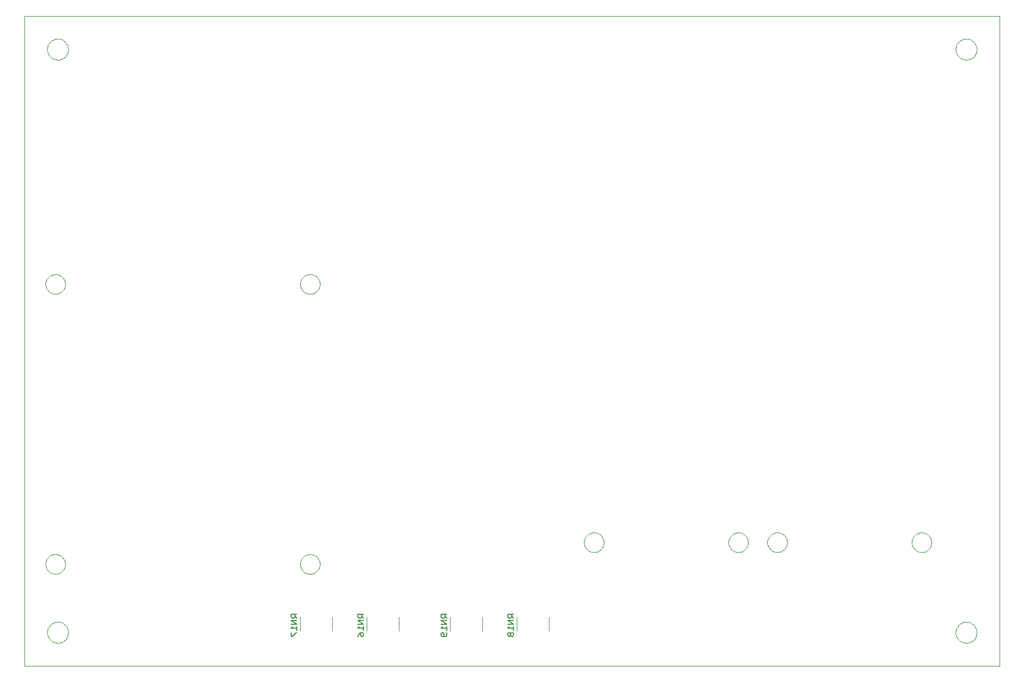
<source format=gbo>
G75*
G70*
%OFA0B0*%
%FSLAX24Y24*%
%IPPOS*%
%LPD*%
%AMOC8*
5,1,8,0,0,1.08239X$1,22.5*
%
%ADD10C,0.0000*%
%ADD11C,0.0040*%
%ADD12C,0.0060*%
D10*
X000655Y001159D02*
X000655Y040159D01*
X059155Y040159D01*
X059155Y001159D01*
X000655Y001159D01*
X002025Y003159D02*
X002027Y003209D01*
X002033Y003259D01*
X002043Y003308D01*
X002057Y003356D01*
X002074Y003403D01*
X002095Y003448D01*
X002120Y003492D01*
X002148Y003533D01*
X002180Y003572D01*
X002214Y003609D01*
X002251Y003643D01*
X002291Y003673D01*
X002333Y003700D01*
X002377Y003724D01*
X002423Y003745D01*
X002470Y003761D01*
X002518Y003774D01*
X002568Y003783D01*
X002617Y003788D01*
X002668Y003789D01*
X002718Y003786D01*
X002767Y003779D01*
X002816Y003768D01*
X002864Y003753D01*
X002910Y003735D01*
X002955Y003713D01*
X002998Y003687D01*
X003039Y003658D01*
X003078Y003626D01*
X003114Y003591D01*
X003146Y003553D01*
X003176Y003513D01*
X003203Y003470D01*
X003226Y003426D01*
X003245Y003380D01*
X003261Y003332D01*
X003273Y003283D01*
X003281Y003234D01*
X003285Y003184D01*
X003285Y003134D01*
X003281Y003084D01*
X003273Y003035D01*
X003261Y002986D01*
X003245Y002938D01*
X003226Y002892D01*
X003203Y002848D01*
X003176Y002805D01*
X003146Y002765D01*
X003114Y002727D01*
X003078Y002692D01*
X003039Y002660D01*
X002998Y002631D01*
X002955Y002605D01*
X002910Y002583D01*
X002864Y002565D01*
X002816Y002550D01*
X002767Y002539D01*
X002718Y002532D01*
X002668Y002529D01*
X002617Y002530D01*
X002568Y002535D01*
X002518Y002544D01*
X002470Y002557D01*
X002423Y002573D01*
X002377Y002594D01*
X002333Y002618D01*
X002291Y002645D01*
X002251Y002675D01*
X002214Y002709D01*
X002180Y002746D01*
X002148Y002785D01*
X002120Y002826D01*
X002095Y002870D01*
X002074Y002915D01*
X002057Y002962D01*
X002043Y003010D01*
X002033Y003059D01*
X002027Y003109D01*
X002025Y003159D01*
X001926Y007257D02*
X001928Y007305D01*
X001934Y007353D01*
X001944Y007400D01*
X001957Y007446D01*
X001975Y007491D01*
X001995Y007535D01*
X002020Y007577D01*
X002048Y007616D01*
X002078Y007653D01*
X002112Y007687D01*
X002149Y007719D01*
X002187Y007748D01*
X002228Y007773D01*
X002271Y007795D01*
X002316Y007813D01*
X002362Y007827D01*
X002409Y007838D01*
X002457Y007845D01*
X002505Y007848D01*
X002553Y007847D01*
X002601Y007842D01*
X002649Y007833D01*
X002695Y007821D01*
X002740Y007804D01*
X002784Y007784D01*
X002826Y007761D01*
X002866Y007734D01*
X002904Y007704D01*
X002939Y007671D01*
X002971Y007635D01*
X003001Y007597D01*
X003027Y007556D01*
X003049Y007513D01*
X003069Y007469D01*
X003084Y007424D01*
X003096Y007377D01*
X003104Y007329D01*
X003108Y007281D01*
X003108Y007233D01*
X003104Y007185D01*
X003096Y007137D01*
X003084Y007090D01*
X003069Y007045D01*
X003049Y007001D01*
X003027Y006958D01*
X003001Y006917D01*
X002971Y006879D01*
X002939Y006843D01*
X002904Y006810D01*
X002866Y006780D01*
X002826Y006753D01*
X002784Y006730D01*
X002740Y006710D01*
X002695Y006693D01*
X002649Y006681D01*
X002601Y006672D01*
X002553Y006667D01*
X002505Y006666D01*
X002457Y006669D01*
X002409Y006676D01*
X002362Y006687D01*
X002316Y006701D01*
X002271Y006719D01*
X002228Y006741D01*
X002187Y006766D01*
X002149Y006795D01*
X002112Y006827D01*
X002078Y006861D01*
X002048Y006898D01*
X002020Y006937D01*
X001995Y006979D01*
X001975Y007023D01*
X001957Y007068D01*
X001944Y007114D01*
X001934Y007161D01*
X001928Y007209D01*
X001926Y007257D01*
X017202Y007257D02*
X017204Y007305D01*
X017210Y007353D01*
X017220Y007400D01*
X017233Y007446D01*
X017251Y007491D01*
X017271Y007535D01*
X017296Y007577D01*
X017324Y007616D01*
X017354Y007653D01*
X017388Y007687D01*
X017425Y007719D01*
X017463Y007748D01*
X017504Y007773D01*
X017547Y007795D01*
X017592Y007813D01*
X017638Y007827D01*
X017685Y007838D01*
X017733Y007845D01*
X017781Y007848D01*
X017829Y007847D01*
X017877Y007842D01*
X017925Y007833D01*
X017971Y007821D01*
X018016Y007804D01*
X018060Y007784D01*
X018102Y007761D01*
X018142Y007734D01*
X018180Y007704D01*
X018215Y007671D01*
X018247Y007635D01*
X018277Y007597D01*
X018303Y007556D01*
X018325Y007513D01*
X018345Y007469D01*
X018360Y007424D01*
X018372Y007377D01*
X018380Y007329D01*
X018384Y007281D01*
X018384Y007233D01*
X018380Y007185D01*
X018372Y007137D01*
X018360Y007090D01*
X018345Y007045D01*
X018325Y007001D01*
X018303Y006958D01*
X018277Y006917D01*
X018247Y006879D01*
X018215Y006843D01*
X018180Y006810D01*
X018142Y006780D01*
X018102Y006753D01*
X018060Y006730D01*
X018016Y006710D01*
X017971Y006693D01*
X017925Y006681D01*
X017877Y006672D01*
X017829Y006667D01*
X017781Y006666D01*
X017733Y006669D01*
X017685Y006676D01*
X017638Y006687D01*
X017592Y006701D01*
X017547Y006719D01*
X017504Y006741D01*
X017463Y006766D01*
X017425Y006795D01*
X017388Y006827D01*
X017354Y006861D01*
X017324Y006898D01*
X017296Y006937D01*
X017271Y006979D01*
X017251Y007023D01*
X017233Y007068D01*
X017220Y007114D01*
X017210Y007161D01*
X017204Y007209D01*
X017202Y007257D01*
X034233Y008561D02*
X034235Y008609D01*
X034241Y008657D01*
X034251Y008704D01*
X034264Y008750D01*
X034282Y008795D01*
X034302Y008839D01*
X034327Y008881D01*
X034355Y008920D01*
X034385Y008957D01*
X034419Y008991D01*
X034456Y009023D01*
X034494Y009052D01*
X034535Y009077D01*
X034578Y009099D01*
X034623Y009117D01*
X034669Y009131D01*
X034716Y009142D01*
X034764Y009149D01*
X034812Y009152D01*
X034860Y009151D01*
X034908Y009146D01*
X034956Y009137D01*
X035002Y009125D01*
X035047Y009108D01*
X035091Y009088D01*
X035133Y009065D01*
X035173Y009038D01*
X035211Y009008D01*
X035246Y008975D01*
X035278Y008939D01*
X035308Y008901D01*
X035334Y008860D01*
X035356Y008817D01*
X035376Y008773D01*
X035391Y008728D01*
X035403Y008681D01*
X035411Y008633D01*
X035415Y008585D01*
X035415Y008537D01*
X035411Y008489D01*
X035403Y008441D01*
X035391Y008394D01*
X035376Y008349D01*
X035356Y008305D01*
X035334Y008262D01*
X035308Y008221D01*
X035278Y008183D01*
X035246Y008147D01*
X035211Y008114D01*
X035173Y008084D01*
X035133Y008057D01*
X035091Y008034D01*
X035047Y008014D01*
X035002Y007997D01*
X034956Y007985D01*
X034908Y007976D01*
X034860Y007971D01*
X034812Y007970D01*
X034764Y007973D01*
X034716Y007980D01*
X034669Y007991D01*
X034623Y008005D01*
X034578Y008023D01*
X034535Y008045D01*
X034494Y008070D01*
X034456Y008099D01*
X034419Y008131D01*
X034385Y008165D01*
X034355Y008202D01*
X034327Y008241D01*
X034302Y008283D01*
X034282Y008327D01*
X034264Y008372D01*
X034251Y008418D01*
X034241Y008465D01*
X034235Y008513D01*
X034233Y008561D01*
X042895Y008561D02*
X042897Y008609D01*
X042903Y008657D01*
X042913Y008704D01*
X042926Y008750D01*
X042944Y008795D01*
X042964Y008839D01*
X042989Y008881D01*
X043017Y008920D01*
X043047Y008957D01*
X043081Y008991D01*
X043118Y009023D01*
X043156Y009052D01*
X043197Y009077D01*
X043240Y009099D01*
X043285Y009117D01*
X043331Y009131D01*
X043378Y009142D01*
X043426Y009149D01*
X043474Y009152D01*
X043522Y009151D01*
X043570Y009146D01*
X043618Y009137D01*
X043664Y009125D01*
X043709Y009108D01*
X043753Y009088D01*
X043795Y009065D01*
X043835Y009038D01*
X043873Y009008D01*
X043908Y008975D01*
X043940Y008939D01*
X043970Y008901D01*
X043996Y008860D01*
X044018Y008817D01*
X044038Y008773D01*
X044053Y008728D01*
X044065Y008681D01*
X044073Y008633D01*
X044077Y008585D01*
X044077Y008537D01*
X044073Y008489D01*
X044065Y008441D01*
X044053Y008394D01*
X044038Y008349D01*
X044018Y008305D01*
X043996Y008262D01*
X043970Y008221D01*
X043940Y008183D01*
X043908Y008147D01*
X043873Y008114D01*
X043835Y008084D01*
X043795Y008057D01*
X043753Y008034D01*
X043709Y008014D01*
X043664Y007997D01*
X043618Y007985D01*
X043570Y007976D01*
X043522Y007971D01*
X043474Y007970D01*
X043426Y007973D01*
X043378Y007980D01*
X043331Y007991D01*
X043285Y008005D01*
X043240Y008023D01*
X043197Y008045D01*
X043156Y008070D01*
X043118Y008099D01*
X043081Y008131D01*
X043047Y008165D01*
X043017Y008202D01*
X042989Y008241D01*
X042964Y008283D01*
X042944Y008327D01*
X042926Y008372D01*
X042913Y008418D01*
X042903Y008465D01*
X042897Y008513D01*
X042895Y008561D01*
X045233Y008561D02*
X045235Y008609D01*
X045241Y008657D01*
X045251Y008704D01*
X045264Y008750D01*
X045282Y008795D01*
X045302Y008839D01*
X045327Y008881D01*
X045355Y008920D01*
X045385Y008957D01*
X045419Y008991D01*
X045456Y009023D01*
X045494Y009052D01*
X045535Y009077D01*
X045578Y009099D01*
X045623Y009117D01*
X045669Y009131D01*
X045716Y009142D01*
X045764Y009149D01*
X045812Y009152D01*
X045860Y009151D01*
X045908Y009146D01*
X045956Y009137D01*
X046002Y009125D01*
X046047Y009108D01*
X046091Y009088D01*
X046133Y009065D01*
X046173Y009038D01*
X046211Y009008D01*
X046246Y008975D01*
X046278Y008939D01*
X046308Y008901D01*
X046334Y008860D01*
X046356Y008817D01*
X046376Y008773D01*
X046391Y008728D01*
X046403Y008681D01*
X046411Y008633D01*
X046415Y008585D01*
X046415Y008537D01*
X046411Y008489D01*
X046403Y008441D01*
X046391Y008394D01*
X046376Y008349D01*
X046356Y008305D01*
X046334Y008262D01*
X046308Y008221D01*
X046278Y008183D01*
X046246Y008147D01*
X046211Y008114D01*
X046173Y008084D01*
X046133Y008057D01*
X046091Y008034D01*
X046047Y008014D01*
X046002Y007997D01*
X045956Y007985D01*
X045908Y007976D01*
X045860Y007971D01*
X045812Y007970D01*
X045764Y007973D01*
X045716Y007980D01*
X045669Y007991D01*
X045623Y008005D01*
X045578Y008023D01*
X045535Y008045D01*
X045494Y008070D01*
X045456Y008099D01*
X045419Y008131D01*
X045385Y008165D01*
X045355Y008202D01*
X045327Y008241D01*
X045302Y008283D01*
X045282Y008327D01*
X045264Y008372D01*
X045251Y008418D01*
X045241Y008465D01*
X045235Y008513D01*
X045233Y008561D01*
X053895Y008561D02*
X053897Y008609D01*
X053903Y008657D01*
X053913Y008704D01*
X053926Y008750D01*
X053944Y008795D01*
X053964Y008839D01*
X053989Y008881D01*
X054017Y008920D01*
X054047Y008957D01*
X054081Y008991D01*
X054118Y009023D01*
X054156Y009052D01*
X054197Y009077D01*
X054240Y009099D01*
X054285Y009117D01*
X054331Y009131D01*
X054378Y009142D01*
X054426Y009149D01*
X054474Y009152D01*
X054522Y009151D01*
X054570Y009146D01*
X054618Y009137D01*
X054664Y009125D01*
X054709Y009108D01*
X054753Y009088D01*
X054795Y009065D01*
X054835Y009038D01*
X054873Y009008D01*
X054908Y008975D01*
X054940Y008939D01*
X054970Y008901D01*
X054996Y008860D01*
X055018Y008817D01*
X055038Y008773D01*
X055053Y008728D01*
X055065Y008681D01*
X055073Y008633D01*
X055077Y008585D01*
X055077Y008537D01*
X055073Y008489D01*
X055065Y008441D01*
X055053Y008394D01*
X055038Y008349D01*
X055018Y008305D01*
X054996Y008262D01*
X054970Y008221D01*
X054940Y008183D01*
X054908Y008147D01*
X054873Y008114D01*
X054835Y008084D01*
X054795Y008057D01*
X054753Y008034D01*
X054709Y008014D01*
X054664Y007997D01*
X054618Y007985D01*
X054570Y007976D01*
X054522Y007971D01*
X054474Y007970D01*
X054426Y007973D01*
X054378Y007980D01*
X054331Y007991D01*
X054285Y008005D01*
X054240Y008023D01*
X054197Y008045D01*
X054156Y008070D01*
X054118Y008099D01*
X054081Y008131D01*
X054047Y008165D01*
X054017Y008202D01*
X053989Y008241D01*
X053964Y008283D01*
X053944Y008327D01*
X053926Y008372D01*
X053913Y008418D01*
X053903Y008465D01*
X053897Y008513D01*
X053895Y008561D01*
X056525Y003159D02*
X056527Y003209D01*
X056533Y003259D01*
X056543Y003308D01*
X056557Y003356D01*
X056574Y003403D01*
X056595Y003448D01*
X056620Y003492D01*
X056648Y003533D01*
X056680Y003572D01*
X056714Y003609D01*
X056751Y003643D01*
X056791Y003673D01*
X056833Y003700D01*
X056877Y003724D01*
X056923Y003745D01*
X056970Y003761D01*
X057018Y003774D01*
X057068Y003783D01*
X057117Y003788D01*
X057168Y003789D01*
X057218Y003786D01*
X057267Y003779D01*
X057316Y003768D01*
X057364Y003753D01*
X057410Y003735D01*
X057455Y003713D01*
X057498Y003687D01*
X057539Y003658D01*
X057578Y003626D01*
X057614Y003591D01*
X057646Y003553D01*
X057676Y003513D01*
X057703Y003470D01*
X057726Y003426D01*
X057745Y003380D01*
X057761Y003332D01*
X057773Y003283D01*
X057781Y003234D01*
X057785Y003184D01*
X057785Y003134D01*
X057781Y003084D01*
X057773Y003035D01*
X057761Y002986D01*
X057745Y002938D01*
X057726Y002892D01*
X057703Y002848D01*
X057676Y002805D01*
X057646Y002765D01*
X057614Y002727D01*
X057578Y002692D01*
X057539Y002660D01*
X057498Y002631D01*
X057455Y002605D01*
X057410Y002583D01*
X057364Y002565D01*
X057316Y002550D01*
X057267Y002539D01*
X057218Y002532D01*
X057168Y002529D01*
X057117Y002530D01*
X057068Y002535D01*
X057018Y002544D01*
X056970Y002557D01*
X056923Y002573D01*
X056877Y002594D01*
X056833Y002618D01*
X056791Y002645D01*
X056751Y002675D01*
X056714Y002709D01*
X056680Y002746D01*
X056648Y002785D01*
X056620Y002826D01*
X056595Y002870D01*
X056574Y002915D01*
X056557Y002962D01*
X056543Y003010D01*
X056533Y003059D01*
X056527Y003109D01*
X056525Y003159D01*
X017202Y024061D02*
X017204Y024109D01*
X017210Y024157D01*
X017220Y024204D01*
X017233Y024250D01*
X017251Y024295D01*
X017271Y024339D01*
X017296Y024381D01*
X017324Y024420D01*
X017354Y024457D01*
X017388Y024491D01*
X017425Y024523D01*
X017463Y024552D01*
X017504Y024577D01*
X017547Y024599D01*
X017592Y024617D01*
X017638Y024631D01*
X017685Y024642D01*
X017733Y024649D01*
X017781Y024652D01*
X017829Y024651D01*
X017877Y024646D01*
X017925Y024637D01*
X017971Y024625D01*
X018016Y024608D01*
X018060Y024588D01*
X018102Y024565D01*
X018142Y024538D01*
X018180Y024508D01*
X018215Y024475D01*
X018247Y024439D01*
X018277Y024401D01*
X018303Y024360D01*
X018325Y024317D01*
X018345Y024273D01*
X018360Y024228D01*
X018372Y024181D01*
X018380Y024133D01*
X018384Y024085D01*
X018384Y024037D01*
X018380Y023989D01*
X018372Y023941D01*
X018360Y023894D01*
X018345Y023849D01*
X018325Y023805D01*
X018303Y023762D01*
X018277Y023721D01*
X018247Y023683D01*
X018215Y023647D01*
X018180Y023614D01*
X018142Y023584D01*
X018102Y023557D01*
X018060Y023534D01*
X018016Y023514D01*
X017971Y023497D01*
X017925Y023485D01*
X017877Y023476D01*
X017829Y023471D01*
X017781Y023470D01*
X017733Y023473D01*
X017685Y023480D01*
X017638Y023491D01*
X017592Y023505D01*
X017547Y023523D01*
X017504Y023545D01*
X017463Y023570D01*
X017425Y023599D01*
X017388Y023631D01*
X017354Y023665D01*
X017324Y023702D01*
X017296Y023741D01*
X017271Y023783D01*
X017251Y023827D01*
X017233Y023872D01*
X017220Y023918D01*
X017210Y023965D01*
X017204Y024013D01*
X017202Y024061D01*
X001926Y024061D02*
X001928Y024109D01*
X001934Y024157D01*
X001944Y024204D01*
X001957Y024250D01*
X001975Y024295D01*
X001995Y024339D01*
X002020Y024381D01*
X002048Y024420D01*
X002078Y024457D01*
X002112Y024491D01*
X002149Y024523D01*
X002187Y024552D01*
X002228Y024577D01*
X002271Y024599D01*
X002316Y024617D01*
X002362Y024631D01*
X002409Y024642D01*
X002457Y024649D01*
X002505Y024652D01*
X002553Y024651D01*
X002601Y024646D01*
X002649Y024637D01*
X002695Y024625D01*
X002740Y024608D01*
X002784Y024588D01*
X002826Y024565D01*
X002866Y024538D01*
X002904Y024508D01*
X002939Y024475D01*
X002971Y024439D01*
X003001Y024401D01*
X003027Y024360D01*
X003049Y024317D01*
X003069Y024273D01*
X003084Y024228D01*
X003096Y024181D01*
X003104Y024133D01*
X003108Y024085D01*
X003108Y024037D01*
X003104Y023989D01*
X003096Y023941D01*
X003084Y023894D01*
X003069Y023849D01*
X003049Y023805D01*
X003027Y023762D01*
X003001Y023721D01*
X002971Y023683D01*
X002939Y023647D01*
X002904Y023614D01*
X002866Y023584D01*
X002826Y023557D01*
X002784Y023534D01*
X002740Y023514D01*
X002695Y023497D01*
X002649Y023485D01*
X002601Y023476D01*
X002553Y023471D01*
X002505Y023470D01*
X002457Y023473D01*
X002409Y023480D01*
X002362Y023491D01*
X002316Y023505D01*
X002271Y023523D01*
X002228Y023545D01*
X002187Y023570D01*
X002149Y023599D01*
X002112Y023631D01*
X002078Y023665D01*
X002048Y023702D01*
X002020Y023741D01*
X001995Y023783D01*
X001975Y023827D01*
X001957Y023872D01*
X001944Y023918D01*
X001934Y023965D01*
X001928Y024013D01*
X001926Y024061D01*
X002025Y038159D02*
X002027Y038209D01*
X002033Y038259D01*
X002043Y038308D01*
X002057Y038356D01*
X002074Y038403D01*
X002095Y038448D01*
X002120Y038492D01*
X002148Y038533D01*
X002180Y038572D01*
X002214Y038609D01*
X002251Y038643D01*
X002291Y038673D01*
X002333Y038700D01*
X002377Y038724D01*
X002423Y038745D01*
X002470Y038761D01*
X002518Y038774D01*
X002568Y038783D01*
X002617Y038788D01*
X002668Y038789D01*
X002718Y038786D01*
X002767Y038779D01*
X002816Y038768D01*
X002864Y038753D01*
X002910Y038735D01*
X002955Y038713D01*
X002998Y038687D01*
X003039Y038658D01*
X003078Y038626D01*
X003114Y038591D01*
X003146Y038553D01*
X003176Y038513D01*
X003203Y038470D01*
X003226Y038426D01*
X003245Y038380D01*
X003261Y038332D01*
X003273Y038283D01*
X003281Y038234D01*
X003285Y038184D01*
X003285Y038134D01*
X003281Y038084D01*
X003273Y038035D01*
X003261Y037986D01*
X003245Y037938D01*
X003226Y037892D01*
X003203Y037848D01*
X003176Y037805D01*
X003146Y037765D01*
X003114Y037727D01*
X003078Y037692D01*
X003039Y037660D01*
X002998Y037631D01*
X002955Y037605D01*
X002910Y037583D01*
X002864Y037565D01*
X002816Y037550D01*
X002767Y037539D01*
X002718Y037532D01*
X002668Y037529D01*
X002617Y037530D01*
X002568Y037535D01*
X002518Y037544D01*
X002470Y037557D01*
X002423Y037573D01*
X002377Y037594D01*
X002333Y037618D01*
X002291Y037645D01*
X002251Y037675D01*
X002214Y037709D01*
X002180Y037746D01*
X002148Y037785D01*
X002120Y037826D01*
X002095Y037870D01*
X002074Y037915D01*
X002057Y037962D01*
X002043Y038010D01*
X002033Y038059D01*
X002027Y038109D01*
X002025Y038159D01*
X056525Y038159D02*
X056527Y038209D01*
X056533Y038259D01*
X056543Y038308D01*
X056557Y038356D01*
X056574Y038403D01*
X056595Y038448D01*
X056620Y038492D01*
X056648Y038533D01*
X056680Y038572D01*
X056714Y038609D01*
X056751Y038643D01*
X056791Y038673D01*
X056833Y038700D01*
X056877Y038724D01*
X056923Y038745D01*
X056970Y038761D01*
X057018Y038774D01*
X057068Y038783D01*
X057117Y038788D01*
X057168Y038789D01*
X057218Y038786D01*
X057267Y038779D01*
X057316Y038768D01*
X057364Y038753D01*
X057410Y038735D01*
X057455Y038713D01*
X057498Y038687D01*
X057539Y038658D01*
X057578Y038626D01*
X057614Y038591D01*
X057646Y038553D01*
X057676Y038513D01*
X057703Y038470D01*
X057726Y038426D01*
X057745Y038380D01*
X057761Y038332D01*
X057773Y038283D01*
X057781Y038234D01*
X057785Y038184D01*
X057785Y038134D01*
X057781Y038084D01*
X057773Y038035D01*
X057761Y037986D01*
X057745Y037938D01*
X057726Y037892D01*
X057703Y037848D01*
X057676Y037805D01*
X057646Y037765D01*
X057614Y037727D01*
X057578Y037692D01*
X057539Y037660D01*
X057498Y037631D01*
X057455Y037605D01*
X057410Y037583D01*
X057364Y037565D01*
X057316Y037550D01*
X057267Y037539D01*
X057218Y037532D01*
X057168Y037529D01*
X057117Y037530D01*
X057068Y037535D01*
X057018Y037544D01*
X056970Y037557D01*
X056923Y037573D01*
X056877Y037594D01*
X056833Y037618D01*
X056791Y037645D01*
X056751Y037675D01*
X056714Y037709D01*
X056680Y037746D01*
X056648Y037785D01*
X056620Y037826D01*
X056595Y037870D01*
X056574Y037915D01*
X056557Y037962D01*
X056543Y038010D01*
X056533Y038059D01*
X056527Y038109D01*
X056525Y038159D01*
D11*
X032130Y004072D02*
X032130Y003246D01*
X030181Y003246D02*
X030181Y004072D01*
X028130Y004072D02*
X028130Y003246D01*
X026181Y003246D02*
X026181Y004072D01*
X023130Y004072D02*
X023130Y003246D01*
X021181Y003246D02*
X021181Y004072D01*
X019130Y004072D02*
X019130Y003246D01*
X017181Y003246D02*
X017181Y004072D01*
D12*
X017000Y004027D02*
X016887Y004141D01*
X016887Y004084D02*
X016887Y004254D01*
X017000Y004254D02*
X016660Y004254D01*
X016660Y004084D01*
X016717Y004027D01*
X016830Y004027D01*
X016887Y004084D01*
X017000Y003886D02*
X016660Y003886D01*
X017000Y003659D01*
X016660Y003659D01*
X016773Y003517D02*
X016660Y003404D01*
X017000Y003404D01*
X017000Y003517D02*
X017000Y003291D01*
X017000Y003149D02*
X016943Y003149D01*
X016717Y002922D01*
X016660Y002922D01*
X016660Y003149D01*
X020660Y002922D02*
X020717Y003036D01*
X020830Y003149D01*
X020830Y002979D01*
X020887Y002922D01*
X020943Y002922D01*
X021000Y002979D01*
X021000Y003092D01*
X020943Y003149D01*
X020830Y003149D01*
X021000Y003291D02*
X021000Y003517D01*
X021000Y003404D02*
X020660Y003404D01*
X020773Y003517D01*
X020660Y003659D02*
X021000Y003659D01*
X020660Y003886D01*
X021000Y003886D01*
X021000Y004027D02*
X020887Y004141D01*
X020887Y004084D02*
X020887Y004254D01*
X021000Y004254D02*
X020660Y004254D01*
X020660Y004084D01*
X020717Y004027D01*
X020830Y004027D01*
X020887Y004084D01*
X025660Y004084D02*
X025717Y004027D01*
X025830Y004027D01*
X025887Y004084D01*
X025887Y004254D01*
X026000Y004254D02*
X025660Y004254D01*
X025660Y004084D01*
X025660Y003886D02*
X026000Y003659D01*
X025660Y003659D01*
X025773Y003517D02*
X025660Y003404D01*
X026000Y003404D01*
X026000Y003517D02*
X026000Y003291D01*
X025943Y003149D02*
X026000Y003092D01*
X026000Y002979D01*
X025943Y002922D01*
X025717Y002922D01*
X025660Y002979D01*
X025660Y003092D01*
X025717Y003149D01*
X025773Y003149D01*
X025830Y003092D01*
X025830Y002922D01*
X026000Y003886D02*
X025660Y003886D01*
X025887Y004141D02*
X026000Y004027D01*
X029660Y004084D02*
X029717Y004027D01*
X029830Y004027D01*
X029887Y004084D01*
X029887Y004254D01*
X030000Y004254D02*
X029660Y004254D01*
X029660Y004084D01*
X029660Y003886D02*
X030000Y003659D01*
X029660Y003659D01*
X029773Y003517D02*
X029660Y003404D01*
X030000Y003404D01*
X030000Y003517D02*
X030000Y003291D01*
X029943Y003149D02*
X029887Y003149D01*
X029830Y003092D01*
X029830Y002979D01*
X029887Y002922D01*
X029943Y002922D01*
X030000Y002979D01*
X030000Y003092D01*
X029943Y003149D01*
X029830Y003092D02*
X029773Y003149D01*
X029717Y003149D01*
X029660Y003092D01*
X029660Y002979D01*
X029717Y002922D01*
X029773Y002922D01*
X029830Y002979D01*
X030000Y003886D02*
X029660Y003886D01*
X029887Y004141D02*
X030000Y004027D01*
M02*

</source>
